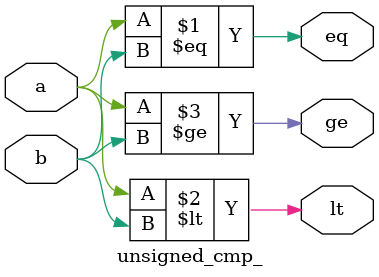
<source format=v>
`ifndef UNSIGNED_CMP_V
`define UNSIGNED_CMP_V

module unsigned_cmp_ #(
    parameter WIDTH = 1
) (
    input wire [WIDTH-1:0] a,
    input wire [WIDTH-1:0] b,
    output wire eq,
    output wire lt,
    output wire ge
);
    // TODO: implement
    assign eq = {31'b0, (a == b)};
    assign lt = {31'b0, (a < b)};
    assign ge = {31'b0, (a >= b)};
endmodule

`endif

</source>
